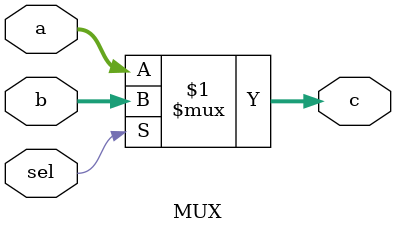
<source format=v>
/*******************************************************************
*
* Module: MUX.v
* Project: Processor
* Authors: Anas A. Ibrahim - anas2@aucegypt.edu, Ibrahim Gohar - 
abdelmaksou@aucegypt.edu

* Description: n-bit 2 by 1 multiplexer, where a is when the select is 0 and b is when the select is 1
*
* Change history: 06/11/2022 - Added from Lab 6 and polished
*
**********************************************************************/

module MUX #(parameter n = 32) (
    input[n - 1 : 0] a, 
    input[n - 1 : 0] b, 
    input sel, 
    output[n - 1 : 0] c
);
    assign c = (sel ? b : a);
endmodule
</source>
